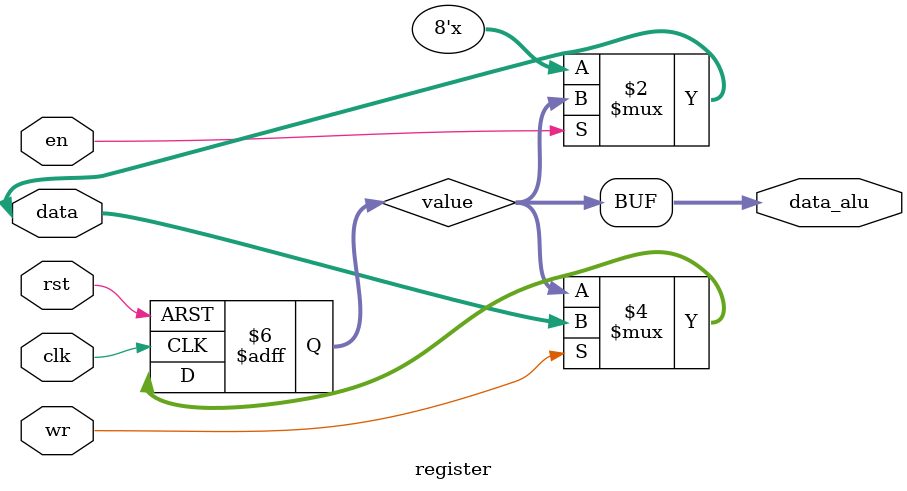
<source format=v>
module register(
	inout [7:0] data,
	output [7:0] data_alu,
	
	input clk,
	input rst,
	input wr,
	input en
);
parameter DEFAULT_VALUE = 8'b0;

reg [7:0] value = DEFAULT_VALUE;

always@ (posedge clk, posedge rst)
begin
	if (rst) value <= DEFAULT_VALUE;
	else if (wr) value <= data;
end

assign data = en ? value : 8'bz;
assign data_alu = value;

endmodule

</source>
